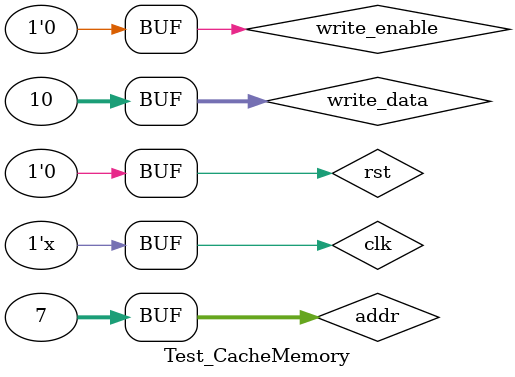
<source format=sv>
`timescale 1ns / 1ps

module Test_CacheMemory();


logic[31:0] addr, write_data, read_data;
logic clk, rst, write_enable;

CacheMemory cache_memory(clk, rst, addr, write_enable, write_data, read_data);

always #5 clk = ~clk;

initial begin
    clk = 0;
    rst = 1;
    write_enable = 0;
    #25
    rst = 0;
    addr = 'd7;
    write_enable = 1;
    write_data = 'd10;
    #25
    write_enable = 0;
end

endmodule

</source>
